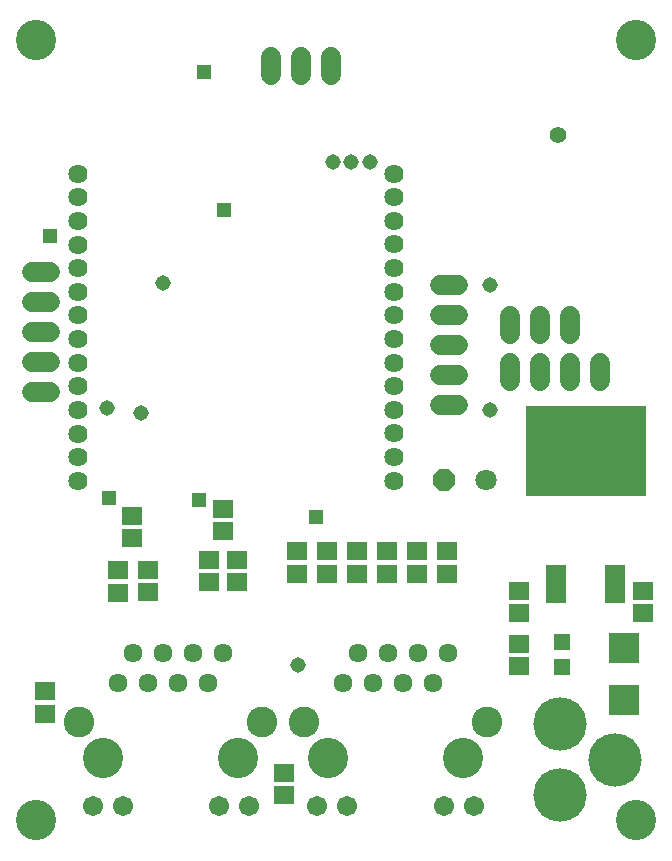
<source format=gts>
G75*
G70*
%OFA0B0*%
%FSLAX24Y24*%
%IPPOS*%
%LPD*%
%AMOC8*
5,1,8,0,0,1.08239X$1,22.5*
%
%ADD10C,0.1340*%
%ADD11C,0.0640*%
%ADD12R,0.0671X0.0592*%
%ADD13OC8,0.0710*%
%ADD14C,0.0710*%
%ADD15C,0.1780*%
%ADD16R,0.0710X0.0592*%
%ADD17R,0.0552X0.0552*%
%ADD18R,0.4017X0.3033*%
%ADD19R,0.0671X0.1261*%
%ADD20R,0.1025X0.1025*%
%ADD21C,0.0680*%
%ADD22C,0.0634*%
%ADD23C,0.0674*%
%ADD24C,0.1025*%
%ADD25C,0.0556*%
%ADD26C,0.0516*%
%ADD27R,0.0516X0.0516*%
D10*
X001139Y002686D03*
X003381Y004753D03*
X007881Y004753D03*
X010862Y004753D03*
X015362Y004753D03*
X021139Y002686D03*
X021139Y028686D03*
X001139Y028686D03*
D11*
X002532Y024242D03*
X002532Y023454D03*
X002532Y022667D03*
X002532Y021879D03*
X002532Y021092D03*
X002532Y020305D03*
X002532Y019517D03*
X002532Y018730D03*
X002532Y017942D03*
X002532Y017155D03*
X002532Y016368D03*
X002532Y015580D03*
X002532Y014793D03*
X002532Y014005D03*
X013052Y014009D03*
X013052Y014797D03*
X013052Y015584D03*
X013052Y016371D03*
X013052Y017159D03*
X013052Y017946D03*
X013052Y018734D03*
X013052Y019521D03*
X013052Y020309D03*
X013052Y021096D03*
X013052Y021883D03*
X013052Y022671D03*
X013052Y023458D03*
X013052Y024246D03*
D12*
X007375Y013080D03*
X007375Y012332D03*
X007824Y011378D03*
X007824Y010630D03*
X006890Y010625D03*
X006890Y011373D03*
X004865Y011045D03*
X004865Y010297D03*
X003861Y010273D03*
X003861Y011021D03*
X004323Y012087D03*
X004323Y012835D03*
X001431Y006992D03*
X001431Y006244D03*
X009389Y004279D03*
X009389Y003531D03*
X009819Y010914D03*
X009819Y011662D03*
X010819Y011662D03*
X010819Y010914D03*
X011819Y010914D03*
X011819Y011662D03*
X012819Y011662D03*
X012819Y010914D03*
X013819Y010914D03*
X013819Y011662D03*
X014819Y011662D03*
X014819Y010914D03*
X017219Y010340D03*
X017219Y009592D03*
X021379Y009592D03*
X021379Y010340D03*
D13*
X014737Y014025D03*
D14*
X016137Y014025D03*
D15*
X018595Y005894D03*
X018595Y003531D03*
X020445Y004713D03*
D16*
X017219Y007832D03*
X017219Y008580D03*
D17*
X018659Y008619D03*
X018659Y007792D03*
D18*
X019459Y014991D03*
D19*
X018475Y010581D03*
X020443Y010581D03*
D20*
X020739Y008432D03*
X020739Y006700D03*
D21*
X015218Y016527D02*
X014618Y016527D01*
X014618Y017527D02*
X015218Y017527D01*
X015218Y018527D02*
X014618Y018527D01*
X014618Y019527D02*
X015218Y019527D01*
X015218Y020527D02*
X014618Y020527D01*
X016949Y019484D02*
X016949Y018884D01*
X016945Y017929D02*
X016945Y017329D01*
X017945Y017329D02*
X017945Y017929D01*
X017949Y018884D02*
X017949Y019484D01*
X018949Y019484D02*
X018949Y018884D01*
X018945Y017929D02*
X018945Y017329D01*
X019945Y017329D02*
X019945Y017929D01*
X010982Y027524D02*
X010982Y028124D01*
X009982Y028124D02*
X009982Y027524D01*
X008982Y027524D02*
X008982Y028124D01*
X001596Y020954D02*
X000996Y020954D01*
X000996Y019954D02*
X001596Y019954D01*
X001596Y018954D02*
X000996Y018954D01*
X000996Y017954D02*
X001596Y017954D01*
X001596Y016954D02*
X000996Y016954D01*
D22*
X004381Y008257D03*
X003881Y007257D03*
X004881Y007257D03*
X005381Y008257D03*
X005881Y007257D03*
X006381Y008257D03*
X006881Y007257D03*
X007381Y008257D03*
X011362Y007257D03*
X011862Y008257D03*
X012362Y007257D03*
X012862Y008257D03*
X013362Y007257D03*
X013862Y008257D03*
X014362Y007257D03*
X014862Y008257D03*
D23*
X014722Y003155D03*
X015722Y003155D03*
X011501Y003155D03*
X010501Y003155D03*
X008241Y003155D03*
X007241Y003155D03*
X004021Y003155D03*
X003021Y003155D03*
D24*
X002580Y005954D03*
X008682Y005954D03*
X010060Y005954D03*
X016163Y005954D03*
D25*
X018527Y025539D03*
D26*
X016270Y020522D03*
X016269Y016365D03*
X012257Y024636D03*
X011639Y024636D03*
X011021Y024636D03*
X005373Y020603D03*
X004627Y016249D03*
X003511Y016425D03*
X009864Y007864D03*
D27*
X010473Y012798D03*
X006584Y013361D03*
X003566Y013435D03*
X001601Y022163D03*
X006720Y027639D03*
X007395Y023025D03*
M02*

</source>
